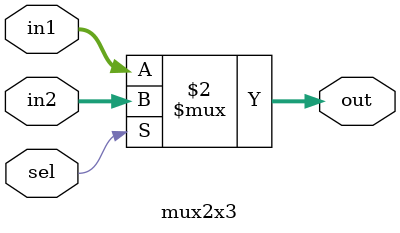
<source format=v>
module mux2x3(input [2:0]in1, in2, output [2:0] out, input sel);
	assign out = (sel==0? in1: in2);
endmodule

</source>
